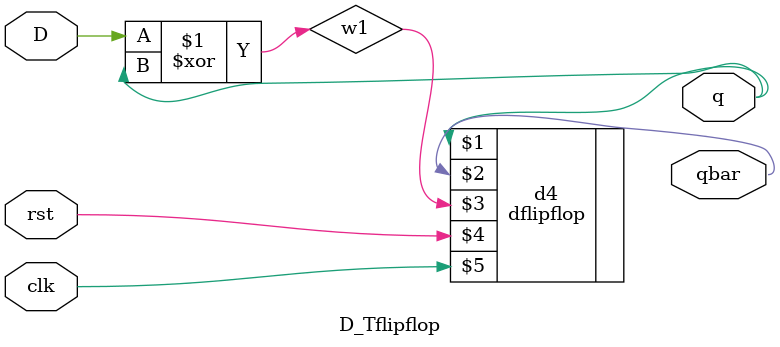
<source format=v>
`timescale 1ns / 1ps



module D_Tflipflop(q,qbar,clk,rst,D);
output q,qbar;
input clk,rst,D;
wire w1;
xor g1(w1,D,q);
dflipflop d4( q,qbar,w1,rst,clk);
endmodule

</source>
